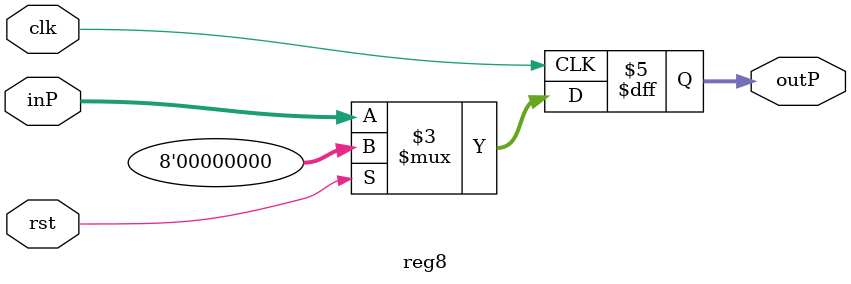
<source format=v>
module reg8(rst,clk,inP,outP);
input rst;
input clk;
input[7:0]inP;
output[7:0]outP;
reg[7:0]outP;
always@(posedge clk)
if(rst)
outP=8'b0;
else
outP=inP;
endmodule

</source>
